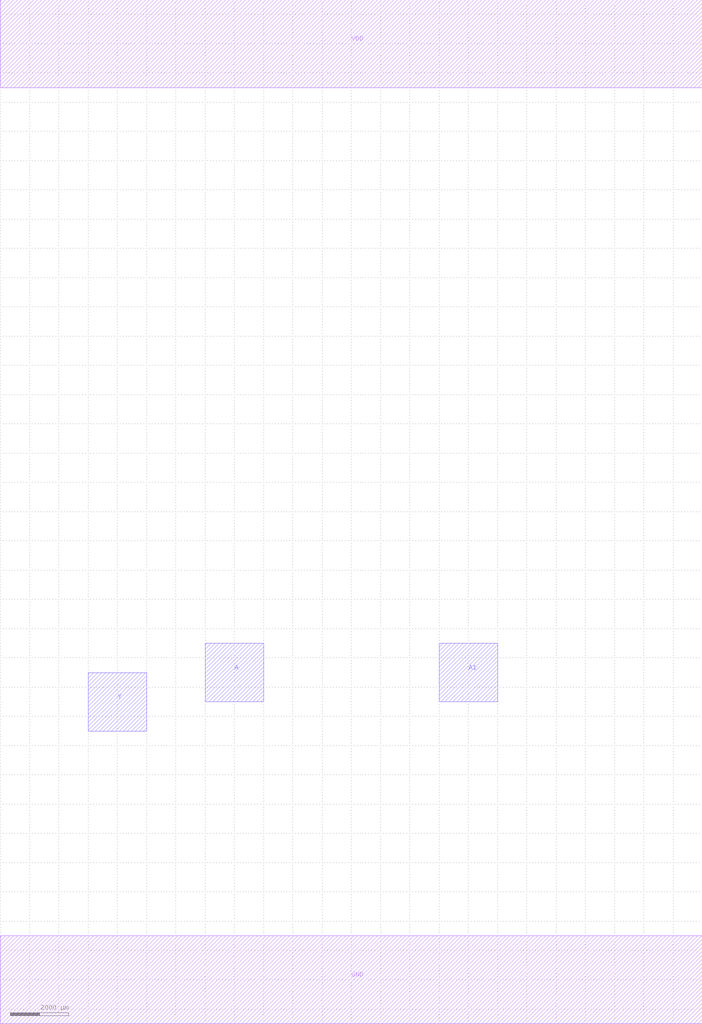
<source format=lef>
MACRO AOI21
 CLASS CORE ;
 ORIGIN 0 0 ;
 FOREIGN AOI21 0 0 ;
 SITE CORE ;
 SYMMETRY X Y R90 ;
  PIN VDD
   DIRECTION INOUT ;
   USE SIGNAL ;
   SHAPE ABUTMENT ;
    PORT
     CLASS CORE ;
       LAYER metal1 ;
        RECT 0.00000000 30500.00000000 24000.00000000 33500.00000000 ;
    END
  END VDD

  PIN GND
   DIRECTION INOUT ;
   USE SIGNAL ;
   SHAPE ABUTMENT ;
    PORT
     CLASS CORE ;
       LAYER metal1 ;
        RECT 0.00000000 -1500.00000000 24000.00000000 1500.00000000 ;
    END
  END GND

  PIN A
   DIRECTION INOUT ;
   USE SIGNAL ;
   SHAPE ABUTMENT ;
    PORT
     CLASS CORE ;
       LAYER metal2 ;
        RECT 7000.00000000 9500.00000000 9000.00000000 11500.00000000 ;
    END
  END A

  PIN A1
   DIRECTION INOUT ;
   USE SIGNAL ;
   SHAPE ABUTMENT ;
    PORT
     CLASS CORE ;
       LAYER metal2 ;
        RECT 15000.00000000 9500.00000000 17000.00000000 11500.00000000 ;
    END
  END A1

  PIN Y
   DIRECTION INOUT ;
   USE SIGNAL ;
   SHAPE ABUTMENT ;
    PORT
     CLASS CORE ;
       LAYER metal2 ;
        RECT 3000.00000000 8500.00000000 5000.00000000 10500.00000000 ;
    END
  END Y


END AOI21

</source>
